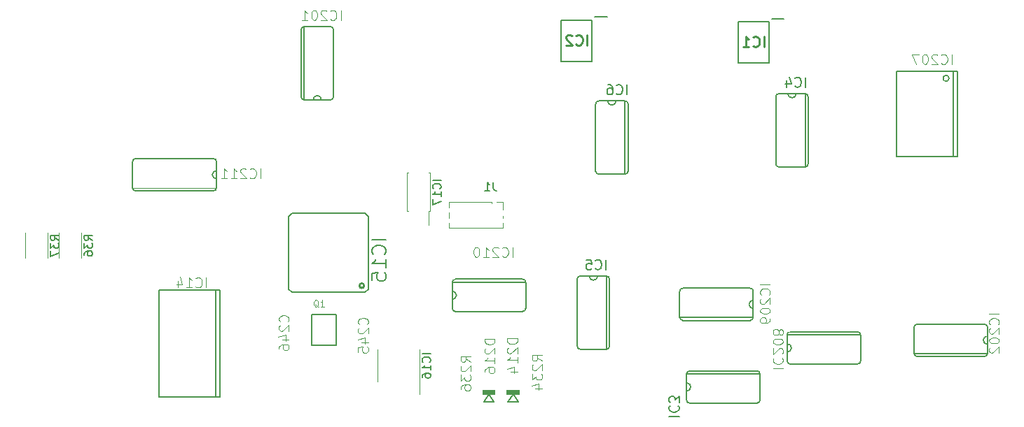
<source format=gbr>
%TF.GenerationSoftware,KiCad,Pcbnew,(5.1.6)-1*%
%TF.CreationDate,2021-06-14T09:51:15+02:00*%
%TF.ProjectId,ST25.004,53543235-2e30-4303-942e-6b696361645f,rev?*%
%TF.SameCoordinates,Original*%
%TF.FileFunction,Legend,Bot*%
%TF.FilePolarity,Positive*%
%FSLAX46Y46*%
G04 Gerber Fmt 4.6, Leading zero omitted, Abs format (unit mm)*
G04 Created by KiCad (PCBNEW (5.1.6)-1) date 2021-06-14 09:51:15*
%MOMM*%
%LPD*%
G01*
G04 APERTURE LIST*
%ADD10C,0.065024*%
%ADD11C,0.200000*%
%ADD12C,0.120000*%
%ADD13C,0.127000*%
%ADD14C,0.203200*%
%ADD15C,0.152400*%
%ADD16C,0.050800*%
%ADD17C,0.254000*%
%ADD18C,0.100000*%
%ADD19C,0.150000*%
%ADD20C,0.096520*%
%ADD21C,0.120650*%
%ADD22C,0.135128*%
G04 APERTURE END LIST*
D10*
X123803886Y-114082769D02*
X123730347Y-114046000D01*
X123656808Y-113972460D01*
X123546499Y-113862152D01*
X123472960Y-113825382D01*
X123399421Y-113825382D01*
X123436191Y-114009230D02*
X123362652Y-113972460D01*
X123289113Y-113898921D01*
X123252343Y-113751843D01*
X123252343Y-113494457D01*
X123289113Y-113347379D01*
X123362652Y-113273840D01*
X123436191Y-113237070D01*
X123583269Y-113237070D01*
X123656808Y-113273840D01*
X123730347Y-113347379D01*
X123767117Y-113494457D01*
X123767117Y-113751843D01*
X123730347Y-113898921D01*
X123656808Y-113972460D01*
X123583269Y-114009230D01*
X123436191Y-114009230D01*
X124502507Y-114009230D02*
X124061273Y-114009230D01*
X124281890Y-114009230D02*
X124281890Y-113237070D01*
X124208351Y-113347379D01*
X124134812Y-113420918D01*
X124061273Y-113457687D01*
D11*
%TO.C,IC2*%
X158675000Y-78950000D02*
X157200000Y-78950000D01*
X156850000Y-84300000D02*
X156850000Y-79300000D01*
X153150000Y-84300000D02*
X156850000Y-84300000D01*
X153150000Y-79300000D02*
X153150000Y-84300000D01*
X156850000Y-79300000D02*
X153150000Y-79300000D01*
%TO.C,IC1*%
X180075000Y-79125000D02*
X178600000Y-79125000D01*
X178250000Y-84475000D02*
X178250000Y-79475000D01*
X174550000Y-84475000D02*
X178250000Y-84475000D01*
X174550000Y-79475000D02*
X174550000Y-84475000D01*
X178250000Y-79475000D02*
X174550000Y-79475000D01*
D12*
%TO.C,R37*%
X88302000Y-108143564D02*
X88302000Y-105089436D01*
X91022000Y-108143564D02*
X91022000Y-105089436D01*
%TO.C,R36*%
X92366000Y-108143564D02*
X92366000Y-105089436D01*
X95086000Y-108143564D02*
X95086000Y-105089436D01*
D13*
%TO.C,IC207*%
X200003009Y-86362400D02*
G75*
G03*
X200003009Y-86362400I-359209J0D01*
G01*
D14*
X193657800Y-95870400D02*
X201057800Y-95870400D01*
X200557800Y-95870400D02*
X200557800Y-85490400D01*
X193657800Y-85490400D02*
X193657800Y-95870400D01*
X201057800Y-85490400D02*
X193657800Y-85490400D01*
X201057800Y-95870400D02*
X201057800Y-85490400D01*
%TO.C,IC14*%
X111904000Y-124951000D02*
X111904000Y-112031000D01*
X111904000Y-112031000D02*
X111404000Y-112031000D01*
X111404000Y-112031000D02*
X104504000Y-112031000D01*
X104504000Y-112031000D02*
X104504000Y-124951000D01*
X111404000Y-124951000D02*
X111404000Y-112031000D01*
X104504000Y-124951000D02*
X111404000Y-124951000D01*
X111404000Y-124951000D02*
X111904000Y-124951000D01*
D15*
%TO.C,IC3*%
X168275000Y-122161300D02*
X177165000Y-122161300D01*
X168275000Y-123253500D02*
X168275000Y-122186700D01*
X168275000Y-124269500D02*
X168275000Y-123253500D01*
X168275000Y-125336300D02*
X168275000Y-124269500D01*
X177165000Y-122186700D02*
X177165000Y-125336300D01*
X168656000Y-121805700D02*
X176784000Y-121805700D01*
X176784000Y-125717300D02*
X168656000Y-125717300D01*
X177165000Y-122186700D02*
G75*
G03*
X176784000Y-121805700I-381000J0D01*
G01*
X168656000Y-125717300D02*
G75*
G02*
X168275000Y-125336300I0J381000D01*
G01*
X177165000Y-125336300D02*
G75*
G02*
X176784000Y-125717300I-381000J0D01*
G01*
X168656000Y-121805700D02*
G75*
G03*
X168275000Y-122186700I0J-381000D01*
G01*
X168275000Y-123253500D02*
G75*
G02*
X168275000Y-124269500I0J-508000D01*
G01*
D12*
%TO.C,IC17*%
X134480000Y-100139500D02*
X134480000Y-97829500D01*
X134480000Y-97829500D02*
X134695000Y-97829500D01*
X134480000Y-100139500D02*
X134480000Y-102449500D01*
X134480000Y-102449500D02*
X134695000Y-102449500D01*
X137300000Y-100139500D02*
X137300000Y-97829500D01*
X137300000Y-97829500D02*
X137085000Y-97829500D01*
X137300000Y-100139500D02*
X137300000Y-102449500D01*
X137300000Y-102449500D02*
X137085000Y-102449500D01*
X137085000Y-102449500D02*
X137085000Y-104139500D01*
%TO.C,J1*%
X146111500Y-102298500D02*
X146111500Y-101348500D01*
X146111500Y-101348500D02*
X145351500Y-101348500D01*
X144716500Y-101538500D02*
X144716500Y-101348500D01*
X144716500Y-101348500D02*
X139576500Y-101348500D01*
X139576500Y-103260970D02*
X139576500Y-102606030D01*
X139576500Y-104518500D02*
X139576500Y-103876030D01*
X139576500Y-101990970D02*
X139576500Y-101348500D01*
X146046500Y-104518500D02*
X139576500Y-104518500D01*
X146046500Y-103260970D02*
X146046500Y-103058500D01*
X146046500Y-104518500D02*
X146046500Y-103876030D01*
D15*
%TO.C,IC211*%
X101701000Y-96088200D02*
X111099000Y-96088200D01*
X111099000Y-99999800D02*
X101701000Y-99999800D01*
X101320000Y-99618800D02*
X101320000Y-96469200D01*
X111480000Y-96469200D02*
X111480000Y-97536000D01*
X111480000Y-97536000D02*
X111480000Y-98552000D01*
X111480000Y-98552000D02*
X111480000Y-99618800D01*
D16*
X111480000Y-99644200D02*
X101320000Y-99644200D01*
D15*
X111480000Y-98552000D02*
G75*
G02*
X111480000Y-97536000I0J508000D01*
G01*
X111099000Y-99999800D02*
G75*
G03*
X111480000Y-99618800I0J381000D01*
G01*
X101320000Y-96469200D02*
G75*
G02*
X101701000Y-96088200I381000J0D01*
G01*
X111099000Y-96088200D02*
G75*
G02*
X111480000Y-96469200I0J-381000D01*
G01*
X101320000Y-99618800D02*
G75*
G03*
X101701000Y-99999800I381000J0D01*
G01*
%TO.C,IC5*%
X155066800Y-118823600D02*
X155066800Y-110695600D01*
X158978400Y-110695600D02*
X158978400Y-118823600D01*
X158597400Y-119204600D02*
X155447800Y-119204600D01*
X155447800Y-110314600D02*
X156514600Y-110314600D01*
X156514600Y-110314600D02*
X157530600Y-110314600D01*
X157530600Y-110314600D02*
X158597400Y-110314600D01*
X158622800Y-110314600D02*
X158622800Y-119204600D01*
X158597400Y-119204600D02*
G75*
G03*
X158978400Y-118823600I0J381000D01*
G01*
X155066800Y-110695600D02*
G75*
G02*
X155447800Y-110314600I381000J0D01*
G01*
X155447800Y-119204600D02*
G75*
G02*
X155066800Y-118823600I0J381000D01*
G01*
X158978400Y-110695600D02*
G75*
G03*
X158597400Y-110314600I-381000J0D01*
G01*
X157530600Y-110314600D02*
G75*
G02*
X156514600Y-110314600I-508000J0D01*
G01*
%TO.C,IC6*%
X157302200Y-97614600D02*
X157302200Y-89486600D01*
X161213800Y-89486600D02*
X161213800Y-97614600D01*
X160832800Y-97995600D02*
X157683200Y-97995600D01*
X157683200Y-89105600D02*
X158750000Y-89105600D01*
X158750000Y-89105600D02*
X159766000Y-89105600D01*
X159766000Y-89105600D02*
X160832800Y-89105600D01*
X160858200Y-89105600D02*
X160858200Y-97995600D01*
X160832800Y-97995600D02*
G75*
G03*
X161213800Y-97614600I0J381000D01*
G01*
X157302200Y-89486600D02*
G75*
G02*
X157683200Y-89105600I381000J0D01*
G01*
X157683200Y-97995600D02*
G75*
G02*
X157302200Y-97614600I0J381000D01*
G01*
X161213800Y-89486600D02*
G75*
G03*
X160832800Y-89105600I-381000J0D01*
G01*
X159766000Y-89105600D02*
G75*
G02*
X158750000Y-89105600I-508000J0D01*
G01*
%TO.C,IC4*%
X179069800Y-96725600D02*
X179069800Y-88597600D01*
X182981400Y-88597600D02*
X182981400Y-96725600D01*
X182600400Y-97106600D02*
X179450800Y-97106600D01*
X179450800Y-88216600D02*
X180517600Y-88216600D01*
X180517600Y-88216600D02*
X181533600Y-88216600D01*
X181533600Y-88216600D02*
X182600400Y-88216600D01*
X182625800Y-88216600D02*
X182625800Y-97106600D01*
X182600400Y-97106600D02*
G75*
G03*
X182981400Y-96725600I0J381000D01*
G01*
X179069800Y-88597600D02*
G75*
G02*
X179450800Y-88216600I381000J0D01*
G01*
X179450800Y-97106600D02*
G75*
G02*
X179069800Y-96725600I0J381000D01*
G01*
X182981400Y-88597600D02*
G75*
G03*
X182600400Y-88216600I-381000J0D01*
G01*
X181533600Y-88216600D02*
G75*
G02*
X180517600Y-88216600I-508000J0D01*
G01*
%TO.C,IC201*%
X125602800Y-80469600D02*
X125602800Y-88597600D01*
X121691200Y-88597600D02*
X121691200Y-80469600D01*
X122072200Y-80088600D02*
X125221800Y-80088600D01*
X125221800Y-88978600D02*
X124155000Y-88978600D01*
X124155000Y-88978600D02*
X123139000Y-88978600D01*
X123139000Y-88978600D02*
X122072200Y-88978600D01*
X122046800Y-88978600D02*
X122046800Y-80088600D01*
X122072200Y-80088600D02*
G75*
G03*
X121691200Y-80469600I0J-381000D01*
G01*
X125602800Y-88597600D02*
G75*
G02*
X125221800Y-88978600I-381000J0D01*
G01*
X125221800Y-80088600D02*
G75*
G02*
X125602800Y-80469600I0J-381000D01*
G01*
X121691200Y-88597600D02*
G75*
G03*
X122072200Y-88978600I381000J0D01*
G01*
X123139000Y-88978600D02*
G75*
G02*
X124155000Y-88978600I508000J0D01*
G01*
%TO.C,IC202*%
X196164000Y-116144200D02*
X204292000Y-116144200D01*
X204292000Y-120055800D02*
X196164000Y-120055800D01*
X195783000Y-119674800D02*
X195783000Y-116525200D01*
X204673000Y-116525200D02*
X204673000Y-117592000D01*
X204673000Y-117592000D02*
X204673000Y-118608000D01*
X204673000Y-118608000D02*
X204673000Y-119674800D01*
X204673000Y-119700200D02*
X195783000Y-119700200D01*
X195783000Y-119674800D02*
G75*
G03*
X196164000Y-120055800I381000J0D01*
G01*
X204292000Y-116144200D02*
G75*
G02*
X204673000Y-116525200I0J-381000D01*
G01*
X195783000Y-116525200D02*
G75*
G02*
X196164000Y-116144200I381000J0D01*
G01*
X204292000Y-120055800D02*
G75*
G03*
X204673000Y-119674800I0J381000D01*
G01*
X204673000Y-118608000D02*
G75*
G02*
X204673000Y-117592000I0J508000D01*
G01*
%TO.C,IC209*%
X167843000Y-111787800D02*
X175971000Y-111787800D01*
X175971000Y-115699400D02*
X167843000Y-115699400D01*
X167462000Y-115318400D02*
X167462000Y-112168800D01*
X176352000Y-112168800D02*
X176352000Y-113235600D01*
X176352000Y-113235600D02*
X176352000Y-114251600D01*
X176352000Y-114251600D02*
X176352000Y-115318400D01*
X176352000Y-115343800D02*
X167462000Y-115343800D01*
X167462000Y-115318400D02*
G75*
G03*
X167843000Y-115699400I381000J0D01*
G01*
X175971000Y-111787800D02*
G75*
G02*
X176352000Y-112168800I0J-381000D01*
G01*
X167462000Y-112168800D02*
G75*
G02*
X167843000Y-111787800I381000J0D01*
G01*
X175971000Y-115699400D02*
G75*
G03*
X176352000Y-115318400I0J381000D01*
G01*
X176352000Y-114251600D02*
G75*
G02*
X176352000Y-113235600I0J508000D01*
G01*
%TO.C,IC208*%
X188950400Y-120982600D02*
X180822400Y-120982600D01*
X180822400Y-117071000D02*
X188950400Y-117071000D01*
X189331400Y-117452000D02*
X189331400Y-120601600D01*
X180441400Y-120601600D02*
X180441400Y-119534800D01*
X180441400Y-119534800D02*
X180441400Y-118518800D01*
X180441400Y-118518800D02*
X180441400Y-117452000D01*
X180441400Y-117426600D02*
X189331400Y-117426600D01*
X189331400Y-117452000D02*
G75*
G03*
X188950400Y-117071000I-381000J0D01*
G01*
X180822400Y-120982600D02*
G75*
G02*
X180441400Y-120601600I0J381000D01*
G01*
X189331400Y-120601600D02*
G75*
G02*
X188950400Y-120982600I-381000J0D01*
G01*
X180822400Y-117071000D02*
G75*
G03*
X180441400Y-117452000I0J-381000D01*
G01*
X180441400Y-118518800D02*
G75*
G02*
X180441400Y-119534800I0J-508000D01*
G01*
%TO.C,IC210*%
X139953800Y-111051200D02*
X148843800Y-111051200D01*
X139953800Y-112143400D02*
X139953800Y-111076600D01*
X139953800Y-113159400D02*
X139953800Y-112143400D01*
X139953800Y-114226200D02*
X139953800Y-113159400D01*
X148843800Y-111076600D02*
X148843800Y-114226200D01*
X140334800Y-110695600D02*
X148462800Y-110695600D01*
X148462800Y-114607200D02*
X140334800Y-114607200D01*
X139953800Y-112143400D02*
G75*
G02*
X139953800Y-113159400I0J-508000D01*
G01*
X140334800Y-110695600D02*
G75*
G03*
X139953800Y-111076600I0J-381000D01*
G01*
X148843800Y-114226200D02*
G75*
G02*
X148462800Y-114607200I-381000J0D01*
G01*
X140334800Y-114607200D02*
G75*
G02*
X139953800Y-114226200I0J381000D01*
G01*
X148843800Y-111076600D02*
G75*
G03*
X148462800Y-110695600I-381000J0D01*
G01*
D12*
%TO.C,IC16*%
X136037000Y-121158000D02*
X136037000Y-124608000D01*
X136037000Y-121158000D02*
X136037000Y-119208000D01*
X130917000Y-121158000D02*
X130917000Y-123108000D01*
X130917000Y-121158000D02*
X130917000Y-119208000D01*
D17*
%TO.C,IC15*%
X129301300Y-111495200D02*
G75*
G03*
X129301300Y-111495200I-282700J0D01*
G01*
D14*
X120618600Y-112295200D02*
X129418600Y-112295200D01*
X120218600Y-111895200D02*
X120618600Y-112295200D01*
X120218600Y-103095200D02*
X120218600Y-111895200D01*
X120618600Y-102695200D02*
X120218600Y-103095200D01*
X129418600Y-102695200D02*
X120618600Y-102695200D01*
X129818600Y-103095200D02*
X129418600Y-102695200D01*
X129818600Y-111895200D02*
X129818600Y-103095200D01*
X129418600Y-112295200D02*
X129818600Y-111895200D01*
%TO.C,D216*%
X143799000Y-125595000D02*
X144399000Y-124595000D01*
X144399000Y-124595000D02*
X144999000Y-125595000D01*
X144999000Y-125595000D02*
X143799000Y-125595000D01*
D18*
G36*
X145186400Y-124104400D02*
G01*
X145186400Y-124714000D01*
X143611600Y-124714000D01*
X143611600Y-124104400D01*
X145186400Y-124104400D01*
G37*
D14*
%TO.C,D214*%
X146720000Y-125595000D02*
X147320000Y-124595000D01*
X147320000Y-124595000D02*
X147920000Y-125595000D01*
X147920000Y-125595000D02*
X146720000Y-125595000D01*
D18*
G36*
X148107400Y-124104400D02*
G01*
X148107400Y-124714000D01*
X146532600Y-124714000D01*
X146532600Y-124104400D01*
X148107400Y-124104400D01*
G37*
D13*
%TO.C,Q1*%
X125960000Y-118690000D02*
X122960000Y-118690000D01*
X122960000Y-118690000D02*
X122960000Y-114990000D01*
X122960000Y-114990000D02*
X125960000Y-114990000D01*
X125960000Y-114990000D02*
X125960000Y-118690000D01*
%TO.C,IC2*%
D17*
X156239761Y-82374523D02*
X156239761Y-81104523D01*
X154909285Y-82253571D02*
X154969761Y-82314047D01*
X155151190Y-82374523D01*
X155272142Y-82374523D01*
X155453571Y-82314047D01*
X155574523Y-82193095D01*
X155635000Y-82072142D01*
X155695476Y-81830238D01*
X155695476Y-81648809D01*
X155635000Y-81406904D01*
X155574523Y-81285952D01*
X155453571Y-81165000D01*
X155272142Y-81104523D01*
X155151190Y-81104523D01*
X154969761Y-81165000D01*
X154909285Y-81225476D01*
X154425476Y-81225476D02*
X154365000Y-81165000D01*
X154244047Y-81104523D01*
X153941666Y-81104523D01*
X153820714Y-81165000D01*
X153760238Y-81225476D01*
X153699761Y-81346428D01*
X153699761Y-81467380D01*
X153760238Y-81648809D01*
X154485952Y-82374523D01*
X153699761Y-82374523D01*
%TO.C,IC1*%
X177639761Y-82549523D02*
X177639761Y-81279523D01*
X176309285Y-82428571D02*
X176369761Y-82489047D01*
X176551190Y-82549523D01*
X176672142Y-82549523D01*
X176853571Y-82489047D01*
X176974523Y-82368095D01*
X177035000Y-82247142D01*
X177095476Y-82005238D01*
X177095476Y-81823809D01*
X177035000Y-81581904D01*
X176974523Y-81460952D01*
X176853571Y-81340000D01*
X176672142Y-81279523D01*
X176551190Y-81279523D01*
X176369761Y-81340000D01*
X176309285Y-81400476D01*
X175099761Y-82549523D02*
X175825476Y-82549523D01*
X175462619Y-82549523D02*
X175462619Y-81279523D01*
X175583571Y-81460952D01*
X175704523Y-81581904D01*
X175825476Y-81642380D01*
%TO.C,R37*%
D19*
X92394380Y-105973642D02*
X91918190Y-105640309D01*
X92394380Y-105402214D02*
X91394380Y-105402214D01*
X91394380Y-105783166D01*
X91442000Y-105878404D01*
X91489619Y-105926023D01*
X91584857Y-105973642D01*
X91727714Y-105973642D01*
X91822952Y-105926023D01*
X91870571Y-105878404D01*
X91918190Y-105783166D01*
X91918190Y-105402214D01*
X91394380Y-106306976D02*
X91394380Y-106926023D01*
X91775333Y-106592690D01*
X91775333Y-106735547D01*
X91822952Y-106830785D01*
X91870571Y-106878404D01*
X91965809Y-106926023D01*
X92203904Y-106926023D01*
X92299142Y-106878404D01*
X92346761Y-106830785D01*
X92394380Y-106735547D01*
X92394380Y-106449833D01*
X92346761Y-106354595D01*
X92299142Y-106306976D01*
X91394380Y-107259357D02*
X91394380Y-107926023D01*
X92394380Y-107497452D01*
%TO.C,R36*%
X96458380Y-105973642D02*
X95982190Y-105640309D01*
X96458380Y-105402214D02*
X95458380Y-105402214D01*
X95458380Y-105783166D01*
X95506000Y-105878404D01*
X95553619Y-105926023D01*
X95648857Y-105973642D01*
X95791714Y-105973642D01*
X95886952Y-105926023D01*
X95934571Y-105878404D01*
X95982190Y-105783166D01*
X95982190Y-105402214D01*
X95458380Y-106306976D02*
X95458380Y-106926023D01*
X95839333Y-106592690D01*
X95839333Y-106735547D01*
X95886952Y-106830785D01*
X95934571Y-106878404D01*
X96029809Y-106926023D01*
X96267904Y-106926023D01*
X96363142Y-106878404D01*
X96410761Y-106830785D01*
X96458380Y-106735547D01*
X96458380Y-106449833D01*
X96410761Y-106354595D01*
X96363142Y-106306976D01*
X95458380Y-107783166D02*
X95458380Y-107592690D01*
X95506000Y-107497452D01*
X95553619Y-107449833D01*
X95696476Y-107354595D01*
X95886952Y-107306976D01*
X96267904Y-107306976D01*
X96363142Y-107354595D01*
X96410761Y-107402214D01*
X96458380Y-107497452D01*
X96458380Y-107687928D01*
X96410761Y-107783166D01*
X96363142Y-107830785D01*
X96267904Y-107878404D01*
X96029809Y-107878404D01*
X95934571Y-107830785D01*
X95886952Y-107783166D01*
X95839333Y-107687928D01*
X95839333Y-107497452D01*
X95886952Y-107402214D01*
X95934571Y-107354595D01*
X96029809Y-107306976D01*
%TO.C,IC207*%
D20*
X200329642Y-84651547D02*
X200329642Y-83445047D01*
X199065690Y-84536642D02*
X199123142Y-84594095D01*
X199295499Y-84651547D01*
X199410404Y-84651547D01*
X199582761Y-84594095D01*
X199697666Y-84479190D01*
X199755118Y-84364285D01*
X199812571Y-84134476D01*
X199812571Y-83962119D01*
X199755118Y-83732309D01*
X199697666Y-83617404D01*
X199582761Y-83502500D01*
X199410404Y-83445047D01*
X199295499Y-83445047D01*
X199123142Y-83502500D01*
X199065690Y-83559952D01*
X198606071Y-83559952D02*
X198548618Y-83502500D01*
X198433714Y-83445047D01*
X198146452Y-83445047D01*
X198031547Y-83502500D01*
X197974095Y-83559952D01*
X197916642Y-83674857D01*
X197916642Y-83789761D01*
X197974095Y-83962119D01*
X198663523Y-84651547D01*
X197916642Y-84651547D01*
X197169761Y-83445047D02*
X197054857Y-83445047D01*
X196939952Y-83502500D01*
X196882499Y-83559952D01*
X196825047Y-83674857D01*
X196767595Y-83904666D01*
X196767595Y-84191928D01*
X196825047Y-84421738D01*
X196882499Y-84536642D01*
X196939952Y-84594095D01*
X197054857Y-84651547D01*
X197169761Y-84651547D01*
X197284666Y-84594095D01*
X197342118Y-84536642D01*
X197399571Y-84421738D01*
X197457023Y-84191928D01*
X197457023Y-83904666D01*
X197399571Y-83674857D01*
X197342118Y-83559952D01*
X197284666Y-83502500D01*
X197169761Y-83445047D01*
X196365428Y-83445047D02*
X195561095Y-83445047D01*
X196078166Y-84651547D01*
%TO.C,IC14*%
X110217095Y-111702547D02*
X110217095Y-110496047D01*
X108953142Y-111587642D02*
X109010595Y-111645095D01*
X109182952Y-111702547D01*
X109297857Y-111702547D01*
X109470214Y-111645095D01*
X109585118Y-111530190D01*
X109642571Y-111415285D01*
X109700023Y-111185476D01*
X109700023Y-111013119D01*
X109642571Y-110783309D01*
X109585118Y-110668404D01*
X109470214Y-110553500D01*
X109297857Y-110496047D01*
X109182952Y-110496047D01*
X109010595Y-110553500D01*
X108953142Y-110610952D01*
X107804095Y-111702547D02*
X108493523Y-111702547D01*
X108148809Y-111702547D02*
X108148809Y-110496047D01*
X108263714Y-110668404D01*
X108378618Y-110783309D01*
X108493523Y-110840761D01*
X106769952Y-110898214D02*
X106769952Y-111702547D01*
X107057214Y-110438595D02*
X107344476Y-111300380D01*
X106597595Y-111300380D01*
%TO.C,IC3*%
D13*
X166173452Y-127312359D02*
X167379952Y-127312359D01*
X166288357Y-126048407D02*
X166230904Y-126105859D01*
X166173452Y-126278216D01*
X166173452Y-126393121D01*
X166230904Y-126565478D01*
X166345809Y-126680383D01*
X166460714Y-126737835D01*
X166690523Y-126795288D01*
X166862880Y-126795288D01*
X167092690Y-126737835D01*
X167207595Y-126680383D01*
X167322500Y-126565478D01*
X167379952Y-126393121D01*
X167379952Y-126278216D01*
X167322500Y-126105859D01*
X167265047Y-126048407D01*
X167379952Y-125646240D02*
X167379952Y-124899359D01*
X166920333Y-125301526D01*
X166920333Y-125129169D01*
X166862880Y-125014264D01*
X166805428Y-124956811D01*
X166690523Y-124899359D01*
X166403261Y-124899359D01*
X166288357Y-124956811D01*
X166230904Y-125014264D01*
X166173452Y-125129169D01*
X166173452Y-125473883D01*
X166230904Y-125588788D01*
X166288357Y-125646240D01*
%TO.C,IC17*%
D19*
X138592380Y-98687119D02*
X137592380Y-98687119D01*
X138497142Y-99734738D02*
X138544761Y-99687119D01*
X138592380Y-99544261D01*
X138592380Y-99449023D01*
X138544761Y-99306166D01*
X138449523Y-99210928D01*
X138354285Y-99163309D01*
X138163809Y-99115690D01*
X138020952Y-99115690D01*
X137830476Y-99163309D01*
X137735238Y-99210928D01*
X137640000Y-99306166D01*
X137592380Y-99449023D01*
X137592380Y-99544261D01*
X137640000Y-99687119D01*
X137687619Y-99734738D01*
X138592380Y-100687119D02*
X138592380Y-100115690D01*
X138592380Y-100401404D02*
X137592380Y-100401404D01*
X137735238Y-100306166D01*
X137830476Y-100210928D01*
X137878095Y-100115690D01*
X137592380Y-101020452D02*
X137592380Y-101687119D01*
X138592380Y-101258547D01*
%TO.C,J1*%
X144922833Y-98956880D02*
X144922833Y-99671166D01*
X144970452Y-99814023D01*
X145065690Y-99909261D01*
X145208547Y-99956880D01*
X145303785Y-99956880D01*
X143922833Y-99956880D02*
X144494261Y-99956880D01*
X144208547Y-99956880D02*
X144208547Y-98956880D01*
X144303785Y-99099738D01*
X144399023Y-99194976D01*
X144494261Y-99242595D01*
%TO.C,IC211*%
D21*
X116765815Y-98494547D02*
X116765815Y-97288047D01*
X115501863Y-98379642D02*
X115559315Y-98437095D01*
X115731672Y-98494547D01*
X115846577Y-98494547D01*
X116018934Y-98437095D01*
X116133839Y-98322190D01*
X116191291Y-98207285D01*
X116248744Y-97977476D01*
X116248744Y-97805119D01*
X116191291Y-97575309D01*
X116133839Y-97460404D01*
X116018934Y-97345500D01*
X115846577Y-97288047D01*
X115731672Y-97288047D01*
X115559315Y-97345500D01*
X115501863Y-97402952D01*
X115042244Y-97402952D02*
X114984791Y-97345500D01*
X114869887Y-97288047D01*
X114582625Y-97288047D01*
X114467720Y-97345500D01*
X114410267Y-97402952D01*
X114352815Y-97517857D01*
X114352815Y-97632761D01*
X114410267Y-97805119D01*
X115099696Y-98494547D01*
X114352815Y-98494547D01*
X113203767Y-98494547D02*
X113893196Y-98494547D01*
X113548482Y-98494547D02*
X113548482Y-97288047D01*
X113663387Y-97460404D01*
X113778291Y-97575309D01*
X113893196Y-97632761D01*
X112054720Y-98494547D02*
X112744148Y-98494547D01*
X112399434Y-98494547D02*
X112399434Y-97288047D01*
X112514339Y-97460404D01*
X112629244Y-97575309D01*
X112744148Y-97632761D01*
%TO.C,IC5*%
D13*
X158554359Y-109543547D02*
X158554359Y-108337047D01*
X157290407Y-109428642D02*
X157347859Y-109486095D01*
X157520216Y-109543547D01*
X157635121Y-109543547D01*
X157807478Y-109486095D01*
X157922383Y-109371190D01*
X157979835Y-109256285D01*
X158037288Y-109026476D01*
X158037288Y-108854119D01*
X157979835Y-108624309D01*
X157922383Y-108509404D01*
X157807478Y-108394500D01*
X157635121Y-108337047D01*
X157520216Y-108337047D01*
X157347859Y-108394500D01*
X157290407Y-108451952D01*
X156198811Y-108337047D02*
X156773335Y-108337047D01*
X156830788Y-108911571D01*
X156773335Y-108854119D01*
X156658430Y-108796666D01*
X156371169Y-108796666D01*
X156256264Y-108854119D01*
X156198811Y-108911571D01*
X156141359Y-109026476D01*
X156141359Y-109313738D01*
X156198811Y-109428642D01*
X156256264Y-109486095D01*
X156371169Y-109543547D01*
X156658430Y-109543547D01*
X156773335Y-109486095D01*
X156830788Y-109428642D01*
%TO.C,IC6*%
X161094359Y-88334547D02*
X161094359Y-87128047D01*
X159830407Y-88219642D02*
X159887859Y-88277095D01*
X160060216Y-88334547D01*
X160175121Y-88334547D01*
X160347478Y-88277095D01*
X160462383Y-88162190D01*
X160519835Y-88047285D01*
X160577288Y-87817476D01*
X160577288Y-87645119D01*
X160519835Y-87415309D01*
X160462383Y-87300404D01*
X160347478Y-87185500D01*
X160175121Y-87128047D01*
X160060216Y-87128047D01*
X159887859Y-87185500D01*
X159830407Y-87242952D01*
X158796264Y-87128047D02*
X159026073Y-87128047D01*
X159140978Y-87185500D01*
X159198430Y-87242952D01*
X159313335Y-87415309D01*
X159370788Y-87645119D01*
X159370788Y-88104738D01*
X159313335Y-88219642D01*
X159255883Y-88277095D01*
X159140978Y-88334547D01*
X158911169Y-88334547D01*
X158796264Y-88277095D01*
X158738811Y-88219642D01*
X158681359Y-88104738D01*
X158681359Y-87817476D01*
X158738811Y-87702571D01*
X158796264Y-87645119D01*
X158911169Y-87587666D01*
X159140978Y-87587666D01*
X159255883Y-87645119D01*
X159313335Y-87702571D01*
X159370788Y-87817476D01*
%TO.C,IC4*%
X182684359Y-87445547D02*
X182684359Y-86239047D01*
X181420407Y-87330642D02*
X181477859Y-87388095D01*
X181650216Y-87445547D01*
X181765121Y-87445547D01*
X181937478Y-87388095D01*
X182052383Y-87273190D01*
X182109835Y-87158285D01*
X182167288Y-86928476D01*
X182167288Y-86756119D01*
X182109835Y-86526309D01*
X182052383Y-86411404D01*
X181937478Y-86296500D01*
X181765121Y-86239047D01*
X181650216Y-86239047D01*
X181477859Y-86296500D01*
X181420407Y-86353952D01*
X180386264Y-86641214D02*
X180386264Y-87445547D01*
X180673526Y-86181595D02*
X180960788Y-87043380D01*
X180213907Y-87043380D01*
%TO.C,IC201*%
D20*
X126491642Y-79317547D02*
X126491642Y-78111047D01*
X125227690Y-79202642D02*
X125285142Y-79260095D01*
X125457499Y-79317547D01*
X125572404Y-79317547D01*
X125744761Y-79260095D01*
X125859666Y-79145190D01*
X125917118Y-79030285D01*
X125974571Y-78800476D01*
X125974571Y-78628119D01*
X125917118Y-78398309D01*
X125859666Y-78283404D01*
X125744761Y-78168500D01*
X125572404Y-78111047D01*
X125457499Y-78111047D01*
X125285142Y-78168500D01*
X125227690Y-78225952D01*
X124768071Y-78225952D02*
X124710618Y-78168500D01*
X124595714Y-78111047D01*
X124308452Y-78111047D01*
X124193547Y-78168500D01*
X124136095Y-78225952D01*
X124078642Y-78340857D01*
X124078642Y-78455761D01*
X124136095Y-78628119D01*
X124825523Y-79317547D01*
X124078642Y-79317547D01*
X123331761Y-78111047D02*
X123216857Y-78111047D01*
X123101952Y-78168500D01*
X123044499Y-78225952D01*
X122987047Y-78340857D01*
X122929595Y-78570666D01*
X122929595Y-78857928D01*
X122987047Y-79087738D01*
X123044499Y-79202642D01*
X123101952Y-79260095D01*
X123216857Y-79317547D01*
X123331761Y-79317547D01*
X123446666Y-79260095D01*
X123504118Y-79202642D01*
X123561571Y-79087738D01*
X123619023Y-78857928D01*
X123619023Y-78570666D01*
X123561571Y-78340857D01*
X123504118Y-78225952D01*
X123446666Y-78168500D01*
X123331761Y-78111047D01*
X121780547Y-79317547D02*
X122469976Y-79317547D01*
X122125261Y-79317547D02*
X122125261Y-78111047D01*
X122240166Y-78283404D01*
X122355071Y-78398309D01*
X122469976Y-78455761D01*
%TO.C,IC202*%
X206063547Y-114922757D02*
X204857047Y-114922757D01*
X205948642Y-116186709D02*
X206006095Y-116129257D01*
X206063547Y-115956900D01*
X206063547Y-115841995D01*
X206006095Y-115669638D01*
X205891190Y-115554733D01*
X205776285Y-115497281D01*
X205546476Y-115439828D01*
X205374119Y-115439828D01*
X205144309Y-115497281D01*
X205029404Y-115554733D01*
X204914500Y-115669638D01*
X204857047Y-115841995D01*
X204857047Y-115956900D01*
X204914500Y-116129257D01*
X204971952Y-116186709D01*
X204971952Y-116646328D02*
X204914500Y-116703781D01*
X204857047Y-116818685D01*
X204857047Y-117105947D01*
X204914500Y-117220852D01*
X204971952Y-117278304D01*
X205086857Y-117335757D01*
X205201761Y-117335757D01*
X205374119Y-117278304D01*
X206063547Y-116588876D01*
X206063547Y-117335757D01*
X204857047Y-118082638D02*
X204857047Y-118197542D01*
X204914500Y-118312447D01*
X204971952Y-118369900D01*
X205086857Y-118427352D01*
X205316666Y-118484804D01*
X205603928Y-118484804D01*
X205833738Y-118427352D01*
X205948642Y-118369900D01*
X206006095Y-118312447D01*
X206063547Y-118197542D01*
X206063547Y-118082638D01*
X206006095Y-117967733D01*
X205948642Y-117910281D01*
X205833738Y-117852828D01*
X205603928Y-117795376D01*
X205316666Y-117795376D01*
X205086857Y-117852828D01*
X204971952Y-117910281D01*
X204914500Y-117967733D01*
X204857047Y-118082638D01*
X204971952Y-118944423D02*
X204914500Y-119001876D01*
X204857047Y-119116781D01*
X204857047Y-119404042D01*
X204914500Y-119518947D01*
X204971952Y-119576400D01*
X205086857Y-119633852D01*
X205201761Y-119633852D01*
X205374119Y-119576400D01*
X206063547Y-118886971D01*
X206063547Y-119633852D01*
%TO.C,IC209*%
D21*
X178377547Y-111312672D02*
X177171047Y-111312672D01*
X178262642Y-112576625D02*
X178320095Y-112519172D01*
X178377547Y-112346815D01*
X178377547Y-112231910D01*
X178320095Y-112059553D01*
X178205190Y-111944648D01*
X178090285Y-111887196D01*
X177860476Y-111829744D01*
X177688119Y-111829744D01*
X177458309Y-111887196D01*
X177343404Y-111944648D01*
X177228500Y-112059553D01*
X177171047Y-112231910D01*
X177171047Y-112346815D01*
X177228500Y-112519172D01*
X177285952Y-112576625D01*
X177285952Y-113036244D02*
X177228500Y-113093696D01*
X177171047Y-113208601D01*
X177171047Y-113495863D01*
X177228500Y-113610767D01*
X177285952Y-113668220D01*
X177400857Y-113725672D01*
X177515761Y-113725672D01*
X177688119Y-113668220D01*
X178377547Y-112978791D01*
X178377547Y-113725672D01*
X177171047Y-114472553D02*
X177171047Y-114587458D01*
X177228500Y-114702363D01*
X177285952Y-114759815D01*
X177400857Y-114817267D01*
X177630666Y-114874720D01*
X177917928Y-114874720D01*
X178147738Y-114817267D01*
X178262642Y-114759815D01*
X178320095Y-114702363D01*
X178377547Y-114587458D01*
X178377547Y-114472553D01*
X178320095Y-114357648D01*
X178262642Y-114300196D01*
X178147738Y-114242744D01*
X177917928Y-114185291D01*
X177630666Y-114185291D01*
X177400857Y-114242744D01*
X177285952Y-114300196D01*
X177228500Y-114357648D01*
X177171047Y-114472553D01*
X178377547Y-115449244D02*
X178377547Y-115679053D01*
X178320095Y-115793958D01*
X178262642Y-115851410D01*
X178090285Y-115966315D01*
X177860476Y-116023767D01*
X177400857Y-116023767D01*
X177285952Y-115966315D01*
X177228500Y-115908863D01*
X177171047Y-115793958D01*
X177171047Y-115564148D01*
X177228500Y-115449244D01*
X177285952Y-115391791D01*
X177400857Y-115334339D01*
X177688119Y-115334339D01*
X177803023Y-115391791D01*
X177860476Y-115449244D01*
X177917928Y-115564148D01*
X177917928Y-115793958D01*
X177860476Y-115908863D01*
X177803023Y-115966315D01*
X177688119Y-116023767D01*
%TO.C,IC208*%
X178746452Y-121478327D02*
X179952952Y-121478327D01*
X178861357Y-120214374D02*
X178803904Y-120271827D01*
X178746452Y-120444184D01*
X178746452Y-120559089D01*
X178803904Y-120731446D01*
X178918809Y-120846351D01*
X179033714Y-120903803D01*
X179263523Y-120961255D01*
X179435880Y-120961255D01*
X179665690Y-120903803D01*
X179780595Y-120846351D01*
X179895500Y-120731446D01*
X179952952Y-120559089D01*
X179952952Y-120444184D01*
X179895500Y-120271827D01*
X179838047Y-120214374D01*
X179838047Y-119754755D02*
X179895500Y-119697303D01*
X179952952Y-119582398D01*
X179952952Y-119295136D01*
X179895500Y-119180232D01*
X179838047Y-119122779D01*
X179723142Y-119065327D01*
X179608238Y-119065327D01*
X179435880Y-119122779D01*
X178746452Y-119812208D01*
X178746452Y-119065327D01*
X179952952Y-118318446D02*
X179952952Y-118203541D01*
X179895500Y-118088636D01*
X179838047Y-118031184D01*
X179723142Y-117973732D01*
X179493333Y-117916279D01*
X179206071Y-117916279D01*
X178976261Y-117973732D01*
X178861357Y-118031184D01*
X178803904Y-118088636D01*
X178746452Y-118203541D01*
X178746452Y-118318446D01*
X178803904Y-118433351D01*
X178861357Y-118490803D01*
X178976261Y-118548255D01*
X179206071Y-118605708D01*
X179493333Y-118605708D01*
X179723142Y-118548255D01*
X179838047Y-118490803D01*
X179895500Y-118433351D01*
X179952952Y-118318446D01*
X179435880Y-117226851D02*
X179493333Y-117341755D01*
X179550785Y-117399208D01*
X179665690Y-117456660D01*
X179723142Y-117456660D01*
X179838047Y-117399208D01*
X179895500Y-117341755D01*
X179952952Y-117226851D01*
X179952952Y-116997041D01*
X179895500Y-116882136D01*
X179838047Y-116824684D01*
X179723142Y-116767232D01*
X179665690Y-116767232D01*
X179550785Y-116824684D01*
X179493333Y-116882136D01*
X179435880Y-116997041D01*
X179435880Y-117226851D01*
X179378428Y-117341755D01*
X179320976Y-117399208D01*
X179206071Y-117456660D01*
X178976261Y-117456660D01*
X178861357Y-117399208D01*
X178803904Y-117341755D01*
X178746452Y-117226851D01*
X178746452Y-116997041D01*
X178803904Y-116882136D01*
X178861357Y-116824684D01*
X178976261Y-116767232D01*
X179206071Y-116767232D01*
X179320976Y-116824684D01*
X179378428Y-116882136D01*
X179435880Y-116997041D01*
%TO.C,IC210*%
X147259327Y-108019547D02*
X147259327Y-106813047D01*
X145995374Y-107904642D02*
X146052827Y-107962095D01*
X146225184Y-108019547D01*
X146340089Y-108019547D01*
X146512446Y-107962095D01*
X146627351Y-107847190D01*
X146684803Y-107732285D01*
X146742255Y-107502476D01*
X146742255Y-107330119D01*
X146684803Y-107100309D01*
X146627351Y-106985404D01*
X146512446Y-106870500D01*
X146340089Y-106813047D01*
X146225184Y-106813047D01*
X146052827Y-106870500D01*
X145995374Y-106927952D01*
X145535755Y-106927952D02*
X145478303Y-106870500D01*
X145363398Y-106813047D01*
X145076136Y-106813047D01*
X144961232Y-106870500D01*
X144903779Y-106927952D01*
X144846327Y-107042857D01*
X144846327Y-107157761D01*
X144903779Y-107330119D01*
X145593208Y-108019547D01*
X144846327Y-108019547D01*
X143697279Y-108019547D02*
X144386708Y-108019547D01*
X144041993Y-108019547D02*
X144041993Y-106813047D01*
X144156898Y-106985404D01*
X144271803Y-107100309D01*
X144386708Y-107157761D01*
X142950398Y-106813047D02*
X142835493Y-106813047D01*
X142720589Y-106870500D01*
X142663136Y-106927952D01*
X142605684Y-107042857D01*
X142548232Y-107272666D01*
X142548232Y-107559928D01*
X142605684Y-107789738D01*
X142663136Y-107904642D01*
X142720589Y-107962095D01*
X142835493Y-108019547D01*
X142950398Y-108019547D01*
X143065303Y-107962095D01*
X143122755Y-107904642D01*
X143180208Y-107789738D01*
X143237660Y-107559928D01*
X143237660Y-107272666D01*
X143180208Y-107042857D01*
X143122755Y-106927952D01*
X143065303Y-106870500D01*
X142950398Y-106813047D01*
%TO.C,R234*%
D20*
X150818547Y-120593309D02*
X150244023Y-120191142D01*
X150818547Y-119903881D02*
X149612047Y-119903881D01*
X149612047Y-120363500D01*
X149669500Y-120478404D01*
X149726952Y-120535857D01*
X149841857Y-120593309D01*
X150014214Y-120593309D01*
X150129119Y-120535857D01*
X150186571Y-120478404D01*
X150244023Y-120363500D01*
X150244023Y-119903881D01*
X149726952Y-121052928D02*
X149669500Y-121110381D01*
X149612047Y-121225285D01*
X149612047Y-121512547D01*
X149669500Y-121627452D01*
X149726952Y-121684904D01*
X149841857Y-121742357D01*
X149956761Y-121742357D01*
X150129119Y-121684904D01*
X150818547Y-120995476D01*
X150818547Y-121742357D01*
X149612047Y-122144523D02*
X149612047Y-122891404D01*
X150071666Y-122489238D01*
X150071666Y-122661595D01*
X150129119Y-122776500D01*
X150186571Y-122833952D01*
X150301476Y-122891404D01*
X150588738Y-122891404D01*
X150703642Y-122833952D01*
X150761095Y-122776500D01*
X150818547Y-122661595D01*
X150818547Y-122316881D01*
X150761095Y-122201976D01*
X150703642Y-122144523D01*
X150014214Y-123925547D02*
X150818547Y-123925547D01*
X149554595Y-123638285D02*
X150416380Y-123351023D01*
X150416380Y-124097904D01*
%TO.C,R236*%
X142182547Y-120720309D02*
X141608023Y-120318142D01*
X142182547Y-120030881D02*
X140976047Y-120030881D01*
X140976047Y-120490500D01*
X141033500Y-120605404D01*
X141090952Y-120662857D01*
X141205857Y-120720309D01*
X141378214Y-120720309D01*
X141493119Y-120662857D01*
X141550571Y-120605404D01*
X141608023Y-120490500D01*
X141608023Y-120030881D01*
X141090952Y-121179928D02*
X141033500Y-121237381D01*
X140976047Y-121352285D01*
X140976047Y-121639547D01*
X141033500Y-121754452D01*
X141090952Y-121811904D01*
X141205857Y-121869357D01*
X141320761Y-121869357D01*
X141493119Y-121811904D01*
X142182547Y-121122476D01*
X142182547Y-121869357D01*
X140976047Y-122271523D02*
X140976047Y-123018404D01*
X141435666Y-122616238D01*
X141435666Y-122788595D01*
X141493119Y-122903500D01*
X141550571Y-122960952D01*
X141665476Y-123018404D01*
X141952738Y-123018404D01*
X142067642Y-122960952D01*
X142125095Y-122903500D01*
X142182547Y-122788595D01*
X142182547Y-122443881D01*
X142125095Y-122328976D01*
X142067642Y-122271523D01*
X140976047Y-124052547D02*
X140976047Y-123822738D01*
X141033500Y-123707833D01*
X141090952Y-123650381D01*
X141263309Y-123535476D01*
X141493119Y-123478023D01*
X141952738Y-123478023D01*
X142067642Y-123535476D01*
X142125095Y-123592928D01*
X142182547Y-123707833D01*
X142182547Y-123937642D01*
X142125095Y-124052547D01*
X142067642Y-124110000D01*
X141952738Y-124167452D01*
X141665476Y-124167452D01*
X141550571Y-124110000D01*
X141493119Y-124052547D01*
X141435666Y-123937642D01*
X141435666Y-123707833D01*
X141493119Y-123592928D01*
X141550571Y-123535476D01*
X141665476Y-123478023D01*
%TO.C,C245*%
X129685142Y-116148309D02*
X129742595Y-116090857D01*
X129800047Y-115918500D01*
X129800047Y-115803595D01*
X129742595Y-115631238D01*
X129627690Y-115516333D01*
X129512785Y-115458881D01*
X129282976Y-115401428D01*
X129110619Y-115401428D01*
X128880809Y-115458881D01*
X128765904Y-115516333D01*
X128651000Y-115631238D01*
X128593547Y-115803595D01*
X128593547Y-115918500D01*
X128651000Y-116090857D01*
X128708452Y-116148309D01*
X128708452Y-116607928D02*
X128651000Y-116665381D01*
X128593547Y-116780285D01*
X128593547Y-117067547D01*
X128651000Y-117182452D01*
X128708452Y-117239904D01*
X128823357Y-117297357D01*
X128938261Y-117297357D01*
X129110619Y-117239904D01*
X129800047Y-116550476D01*
X129800047Y-117297357D01*
X128995714Y-118331500D02*
X129800047Y-118331500D01*
X128536095Y-118044238D02*
X129397880Y-117756976D01*
X129397880Y-118503857D01*
X128593547Y-119538000D02*
X128593547Y-118963476D01*
X129168071Y-118906023D01*
X129110619Y-118963476D01*
X129053166Y-119078381D01*
X129053166Y-119365642D01*
X129110619Y-119480547D01*
X129168071Y-119538000D01*
X129282976Y-119595452D01*
X129570238Y-119595452D01*
X129685142Y-119538000D01*
X129742595Y-119480547D01*
X129800047Y-119365642D01*
X129800047Y-119078381D01*
X129742595Y-118963476D01*
X129685142Y-118906023D01*
%TO.C,C246*%
X120096642Y-115830809D02*
X120154095Y-115773357D01*
X120211547Y-115601000D01*
X120211547Y-115486095D01*
X120154095Y-115313738D01*
X120039190Y-115198833D01*
X119924285Y-115141381D01*
X119694476Y-115083928D01*
X119522119Y-115083928D01*
X119292309Y-115141381D01*
X119177404Y-115198833D01*
X119062500Y-115313738D01*
X119005047Y-115486095D01*
X119005047Y-115601000D01*
X119062500Y-115773357D01*
X119119952Y-115830809D01*
X119119952Y-116290428D02*
X119062500Y-116347881D01*
X119005047Y-116462785D01*
X119005047Y-116750047D01*
X119062500Y-116864952D01*
X119119952Y-116922404D01*
X119234857Y-116979857D01*
X119349761Y-116979857D01*
X119522119Y-116922404D01*
X120211547Y-116232976D01*
X120211547Y-116979857D01*
X119407214Y-118014000D02*
X120211547Y-118014000D01*
X118947595Y-117726738D02*
X119809380Y-117439476D01*
X119809380Y-118186357D01*
X119005047Y-119163047D02*
X119005047Y-118933238D01*
X119062500Y-118818333D01*
X119119952Y-118760881D01*
X119292309Y-118645976D01*
X119522119Y-118588523D01*
X119981738Y-118588523D01*
X120096642Y-118645976D01*
X120154095Y-118703428D01*
X120211547Y-118818333D01*
X120211547Y-119048142D01*
X120154095Y-119163047D01*
X120096642Y-119220500D01*
X119981738Y-119277952D01*
X119694476Y-119277952D01*
X119579571Y-119220500D01*
X119522119Y-119163047D01*
X119464666Y-119048142D01*
X119464666Y-118818333D01*
X119522119Y-118703428D01*
X119579571Y-118645976D01*
X119694476Y-118588523D01*
%TO.C,IC16*%
D19*
X137329380Y-119705619D02*
X136329380Y-119705619D01*
X137234142Y-120753238D02*
X137281761Y-120705619D01*
X137329380Y-120562761D01*
X137329380Y-120467523D01*
X137281761Y-120324666D01*
X137186523Y-120229428D01*
X137091285Y-120181809D01*
X136900809Y-120134190D01*
X136757952Y-120134190D01*
X136567476Y-120181809D01*
X136472238Y-120229428D01*
X136377000Y-120324666D01*
X136329380Y-120467523D01*
X136329380Y-120562761D01*
X136377000Y-120705619D01*
X136424619Y-120753238D01*
X137329380Y-121705619D02*
X137329380Y-121134190D01*
X137329380Y-121419904D02*
X136329380Y-121419904D01*
X136472238Y-121324666D01*
X136567476Y-121229428D01*
X136615095Y-121134190D01*
X136329380Y-122562761D02*
X136329380Y-122372285D01*
X136377000Y-122277047D01*
X136424619Y-122229428D01*
X136567476Y-122134190D01*
X136757952Y-122086571D01*
X137138904Y-122086571D01*
X137234142Y-122134190D01*
X137281761Y-122181809D01*
X137329380Y-122277047D01*
X137329380Y-122467523D01*
X137281761Y-122562761D01*
X137234142Y-122610380D01*
X137138904Y-122658000D01*
X136900809Y-122658000D01*
X136805571Y-122610380D01*
X136757952Y-122562761D01*
X136710333Y-122467523D01*
X136710333Y-122277047D01*
X136757952Y-122181809D01*
X136805571Y-122134190D01*
X136900809Y-122086571D01*
%TO.C,IC15*%
D22*
X131923166Y-105908766D02*
X130234066Y-105908766D01*
X131762300Y-107678300D02*
X131842733Y-107597866D01*
X131923166Y-107356566D01*
X131923166Y-107195700D01*
X131842733Y-106954400D01*
X131681866Y-106793533D01*
X131521000Y-106713100D01*
X131199266Y-106632666D01*
X130957966Y-106632666D01*
X130636233Y-106713100D01*
X130475366Y-106793533D01*
X130314500Y-106954400D01*
X130234066Y-107195700D01*
X130234066Y-107356566D01*
X130314500Y-107597866D01*
X130394933Y-107678300D01*
X131923166Y-109286966D02*
X131923166Y-108321766D01*
X131923166Y-108804366D02*
X130234066Y-108804366D01*
X130475366Y-108643500D01*
X130636233Y-108482633D01*
X130716666Y-108321766D01*
X130234066Y-110815200D02*
X130234066Y-110010866D01*
X131038400Y-109930433D01*
X130957966Y-110010866D01*
X130877533Y-110171733D01*
X130877533Y-110573900D01*
X130957966Y-110734766D01*
X131038400Y-110815200D01*
X131199266Y-110895633D01*
X131601433Y-110895633D01*
X131762300Y-110815200D01*
X131842733Y-110734766D01*
X131923166Y-110573900D01*
X131923166Y-110171733D01*
X131842733Y-110010866D01*
X131762300Y-109930433D01*
%TO.C,D216*%
D20*
X145103747Y-117920281D02*
X143897247Y-117920281D01*
X143897247Y-118207542D01*
X143954700Y-118379900D01*
X144069604Y-118494804D01*
X144184509Y-118552257D01*
X144414319Y-118609709D01*
X144586676Y-118609709D01*
X144816485Y-118552257D01*
X144931390Y-118494804D01*
X145046295Y-118379900D01*
X145103747Y-118207542D01*
X145103747Y-117920281D01*
X144012152Y-119069328D02*
X143954700Y-119126781D01*
X143897247Y-119241685D01*
X143897247Y-119528947D01*
X143954700Y-119643852D01*
X144012152Y-119701304D01*
X144127057Y-119758757D01*
X144241961Y-119758757D01*
X144414319Y-119701304D01*
X145103747Y-119011876D01*
X145103747Y-119758757D01*
X145103747Y-120907804D02*
X145103747Y-120218376D01*
X145103747Y-120563090D02*
X143897247Y-120563090D01*
X144069604Y-120448185D01*
X144184509Y-120333281D01*
X144241961Y-120218376D01*
X143897247Y-121941947D02*
X143897247Y-121712138D01*
X143954700Y-121597233D01*
X144012152Y-121539781D01*
X144184509Y-121424876D01*
X144414319Y-121367423D01*
X144873938Y-121367423D01*
X144988842Y-121424876D01*
X145046295Y-121482328D01*
X145103747Y-121597233D01*
X145103747Y-121827042D01*
X145046295Y-121941947D01*
X144988842Y-121999400D01*
X144873938Y-122056852D01*
X144586676Y-122056852D01*
X144471771Y-121999400D01*
X144414319Y-121941947D01*
X144356866Y-121827042D01*
X144356866Y-121597233D01*
X144414319Y-121482328D01*
X144471771Y-121424876D01*
X144586676Y-121367423D01*
%TO.C,D214*%
X147821547Y-117869481D02*
X146615047Y-117869481D01*
X146615047Y-118156742D01*
X146672500Y-118329100D01*
X146787404Y-118444004D01*
X146902309Y-118501457D01*
X147132119Y-118558909D01*
X147304476Y-118558909D01*
X147534285Y-118501457D01*
X147649190Y-118444004D01*
X147764095Y-118329100D01*
X147821547Y-118156742D01*
X147821547Y-117869481D01*
X146729952Y-119018528D02*
X146672500Y-119075981D01*
X146615047Y-119190885D01*
X146615047Y-119478147D01*
X146672500Y-119593052D01*
X146729952Y-119650504D01*
X146844857Y-119707957D01*
X146959761Y-119707957D01*
X147132119Y-119650504D01*
X147821547Y-118961076D01*
X147821547Y-119707957D01*
X147821547Y-120857004D02*
X147821547Y-120167576D01*
X147821547Y-120512290D02*
X146615047Y-120512290D01*
X146787404Y-120397385D01*
X146902309Y-120282481D01*
X146959761Y-120167576D01*
X147017214Y-121891147D02*
X147821547Y-121891147D01*
X146557595Y-121603885D02*
X147419380Y-121316623D01*
X147419380Y-122063504D01*
%TD*%
M02*

</source>
